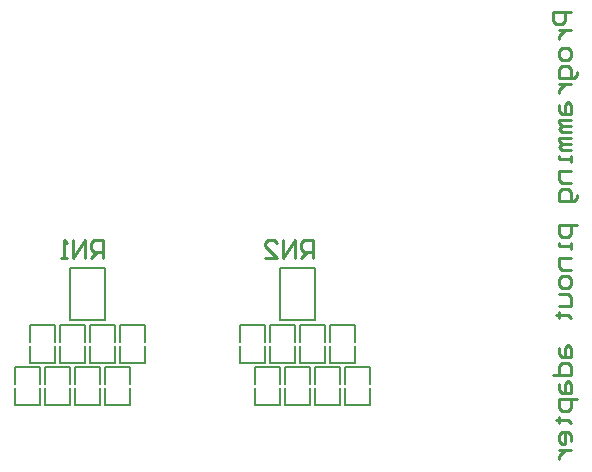
<source format=gbo>
%FSLAX44Y44*%
%MOMM*%
G71*
G01*
G75*
%ADD10C,0.2540*%
%ADD11R,1.0000X1.1000*%
%ADD12R,1.3000X1.5000*%
%ADD13O,0.3500X2.2000*%
%ADD14R,1.1000X1.0000*%
%ADD15O,0.6350X2.0320*%
%ADD16R,0.6350X2.0320*%
%ADD17R,1.7000X1.8000*%
%ADD18R,1.8000X1.7000*%
%ADD19R,0.9000X0.9500*%
%ADD20R,0.9500X0.9000*%
%ADD21R,1.5000X1.3000*%
%ADD22R,0.3500X2.2000*%
%ADD23C,0.5080*%
%ADD24C,0.3810*%
%ADD25R,2.5400X4.6990*%
%ADD26R,1.5000X1.5000*%
%ADD27C,1.5000*%
%ADD28C,1.5000*%
%ADD29R,1.5240X1.5240*%
%ADD30C,1.0000*%
%ADD31C,1.0000*%
%ADD32R,0.5500X0.4860*%
%ADD33R,0.5500X0.3860*%
%ADD34R,1.2000X1.0000*%
%ADD35C,0.2000*%
%ADD36C,0.2032*%
D10*
X940435Y518287D02*
Y533522D01*
X932818D01*
X930278Y530983D01*
Y525905D01*
X932818Y523365D01*
X940435D01*
X935357D02*
X930278Y518287D01*
X925200D02*
Y533522D01*
X915043Y518287D01*
Y533522D01*
X899808Y518287D02*
X909965D01*
X899808Y528444D01*
Y530983D01*
X902347Y533522D01*
X907426D01*
X909965Y530983D01*
X762635Y518287D02*
Y533522D01*
X755017D01*
X752478Y530983D01*
Y525905D01*
X755017Y523365D01*
X762635D01*
X757557D02*
X752478Y518287D01*
X747400D02*
Y533522D01*
X737243Y518287D01*
Y533522D01*
X732165Y518287D02*
X727086D01*
X729626D01*
Y533522D01*
X732165Y530983D01*
X1158240Y726440D02*
X1143005D01*
Y718822D01*
X1145544Y716283D01*
X1150622D01*
X1153162Y718822D01*
Y726440D01*
X1148083Y711205D02*
X1158240D01*
X1153162D01*
X1150622Y708666D01*
X1148083Y706127D01*
Y703587D01*
X1158240Y693431D02*
Y688352D01*
X1155701Y685813D01*
X1150622D01*
X1148083Y688352D01*
Y693431D01*
X1150622Y695970D01*
X1155701D01*
X1158240Y693431D01*
X1163318Y675656D02*
Y673117D01*
X1160779Y670578D01*
X1148083D01*
Y678196D01*
X1150622Y680735D01*
X1155701D01*
X1158240Y678196D01*
Y670578D01*
X1148083Y665500D02*
X1158240D01*
X1153162D01*
X1150622Y662961D01*
X1148083Y660421D01*
Y657882D01*
Y647726D02*
Y642647D01*
X1150622Y640108D01*
X1158240D01*
Y647726D01*
X1155701Y650265D01*
X1153162Y647726D01*
Y640108D01*
X1158240Y635030D02*
X1148083D01*
Y632490D01*
X1150622Y629951D01*
X1158240D01*
X1150622D01*
X1148083Y627412D01*
X1150622Y624873D01*
X1158240D01*
Y619795D02*
X1148083D01*
Y617255D01*
X1150622Y614716D01*
X1158240D01*
X1150622D01*
X1148083Y612177D01*
X1150622Y609638D01*
X1158240D01*
Y604559D02*
Y599481D01*
Y602020D01*
X1148083D01*
Y604559D01*
X1158240Y591864D02*
X1148083D01*
Y584246D01*
X1150622Y581707D01*
X1158240D01*
X1163318Y571550D02*
Y569011D01*
X1160779Y566472D01*
X1148083D01*
Y574089D01*
X1150622Y576628D01*
X1155701D01*
X1158240Y574089D01*
Y566472D01*
X1163318Y546158D02*
X1148083D01*
Y538541D01*
X1150622Y536002D01*
X1155701D01*
X1158240Y538541D01*
Y546158D01*
Y530923D02*
Y525845D01*
Y528384D01*
X1148083D01*
Y530923D01*
X1158240Y518227D02*
X1148083D01*
Y510610D01*
X1150622Y508071D01*
X1158240D01*
Y500453D02*
Y495375D01*
X1155701Y492836D01*
X1150622D01*
X1148083Y495375D01*
Y500453D01*
X1150622Y502992D01*
X1155701D01*
X1158240Y500453D01*
X1148083Y487757D02*
X1155701D01*
X1158240Y485218D01*
Y477601D01*
X1148083D01*
X1145544Y469983D02*
X1148083D01*
Y472522D01*
Y467444D01*
Y469983D01*
X1155701D01*
X1158240Y467444D01*
X1148083Y442052D02*
Y436974D01*
X1150622Y434435D01*
X1158240D01*
Y442052D01*
X1155701Y444591D01*
X1153162Y442052D01*
Y434435D01*
X1143005Y419199D02*
X1158240D01*
Y426817D01*
X1155701Y429356D01*
X1150622D01*
X1148083Y426817D01*
Y419199D01*
Y411582D02*
Y406503D01*
X1150622Y403964D01*
X1158240D01*
Y411582D01*
X1155701Y414121D01*
X1153162Y411582D01*
Y403964D01*
X1163318Y398886D02*
X1148083D01*
Y391268D01*
X1150622Y388729D01*
X1155701D01*
X1158240Y391268D01*
Y398886D01*
X1145544Y381112D02*
X1148083D01*
Y383651D01*
Y378573D01*
Y381112D01*
X1155701D01*
X1158240Y378573D01*
Y363338D02*
Y368416D01*
X1155701Y370955D01*
X1150622D01*
X1148083Y368416D01*
Y363338D01*
X1150622Y360798D01*
X1153162D01*
Y370955D01*
X1148083Y355720D02*
X1158240D01*
X1153162D01*
X1150622Y353181D01*
X1148083Y350642D01*
Y348102D01*
D35*
X734300Y509680D02*
X764300D01*
Y465680D02*
Y509680D01*
X734300Y465680D02*
Y509680D01*
Y465680D02*
X764300D01*
X912100Y509680D02*
X942100D01*
Y465680D02*
Y509680D01*
X912100Y465680D02*
Y509680D01*
Y465680D02*
X942100D01*
X967400Y412210D02*
Y426210D01*
X988400Y412210D02*
Y426210D01*
Y394210D02*
Y408210D01*
X967400Y394210D02*
Y408210D01*
Y426210D02*
X988400D01*
X967400Y394210D02*
X988400D01*
X954700Y447770D02*
Y461770D01*
X975700Y447770D02*
Y461770D01*
Y429770D02*
Y443770D01*
X954700Y429770D02*
Y443770D01*
Y461770D02*
X975700D01*
X954700Y429770D02*
X975700D01*
X942000Y412210D02*
Y426210D01*
X963000Y412210D02*
Y426210D01*
Y394210D02*
Y408210D01*
X942000Y394210D02*
Y408210D01*
Y426210D02*
X963000D01*
X942000Y394210D02*
X963000D01*
X929300Y447770D02*
Y461770D01*
X950300Y447770D02*
Y461770D01*
Y429770D02*
Y443770D01*
X929300Y429770D02*
Y443770D01*
Y461770D02*
X950300D01*
X929300Y429770D02*
X950300D01*
X916600Y412210D02*
Y426210D01*
X937600Y412210D02*
Y426210D01*
Y394210D02*
Y408210D01*
X916600Y394210D02*
Y408210D01*
Y426210D02*
X937600D01*
X916600Y394210D02*
X937600D01*
X903900Y447770D02*
Y461770D01*
X924900Y447770D02*
Y461770D01*
Y429770D02*
Y443770D01*
X903900Y429770D02*
Y443770D01*
Y461770D02*
X924900D01*
X903900Y429770D02*
X924900D01*
X891200Y412210D02*
Y426210D01*
X912200Y412210D02*
Y426210D01*
Y394210D02*
Y408210D01*
X891200Y394210D02*
Y408210D01*
Y426210D02*
X912200D01*
X891200Y394210D02*
X912200D01*
X878500Y447770D02*
Y461770D01*
X899500Y447770D02*
Y461770D01*
Y429770D02*
Y443770D01*
X878500Y429770D02*
Y443770D01*
Y461770D02*
X899500D01*
X878500Y429770D02*
X899500D01*
X764200Y412210D02*
Y426210D01*
X785200Y412210D02*
Y426210D01*
Y394210D02*
Y408210D01*
X764200Y394210D02*
Y408210D01*
Y426210D02*
X785200D01*
X764200Y394210D02*
X785200D01*
X738800Y412210D02*
Y426210D01*
X759800Y412210D02*
Y426210D01*
Y394210D02*
Y408210D01*
X738800Y394210D02*
Y408210D01*
Y426210D02*
X759800D01*
X738800Y394210D02*
X759800D01*
X751500Y447770D02*
Y461770D01*
X772500Y447770D02*
Y461770D01*
Y429770D02*
Y443770D01*
X751500Y429770D02*
Y443770D01*
Y461770D02*
X772500D01*
X751500Y429770D02*
X772500D01*
X713400Y412210D02*
Y426210D01*
X734400Y412210D02*
Y426210D01*
Y394210D02*
Y408210D01*
X713400Y394210D02*
Y408210D01*
Y426210D02*
X734400D01*
X713400Y394210D02*
X734400D01*
X726100Y447770D02*
Y461770D01*
X747100Y447770D02*
Y461770D01*
Y429770D02*
Y443770D01*
X726100Y429770D02*
Y443770D01*
Y461770D02*
X747100D01*
X726100Y429770D02*
X747100D01*
X688000Y412210D02*
Y426210D01*
X709000Y412210D02*
Y426210D01*
Y394210D02*
Y408210D01*
X688000Y394210D02*
Y408210D01*
Y426210D02*
X709000D01*
X688000Y394210D02*
X709000D01*
X700700Y447770D02*
Y461770D01*
X721700Y447770D02*
Y461770D01*
Y429770D02*
Y443770D01*
X700700Y429770D02*
Y443770D01*
Y461770D02*
X721700D01*
X700700Y429770D02*
X721700D01*
X776900Y447770D02*
Y461770D01*
X797900Y447770D02*
Y461770D01*
Y429770D02*
Y443770D01*
X776900Y429770D02*
Y443770D01*
Y461770D02*
X797900D01*
X776900Y429770D02*
X797900D01*
M02*

</source>
